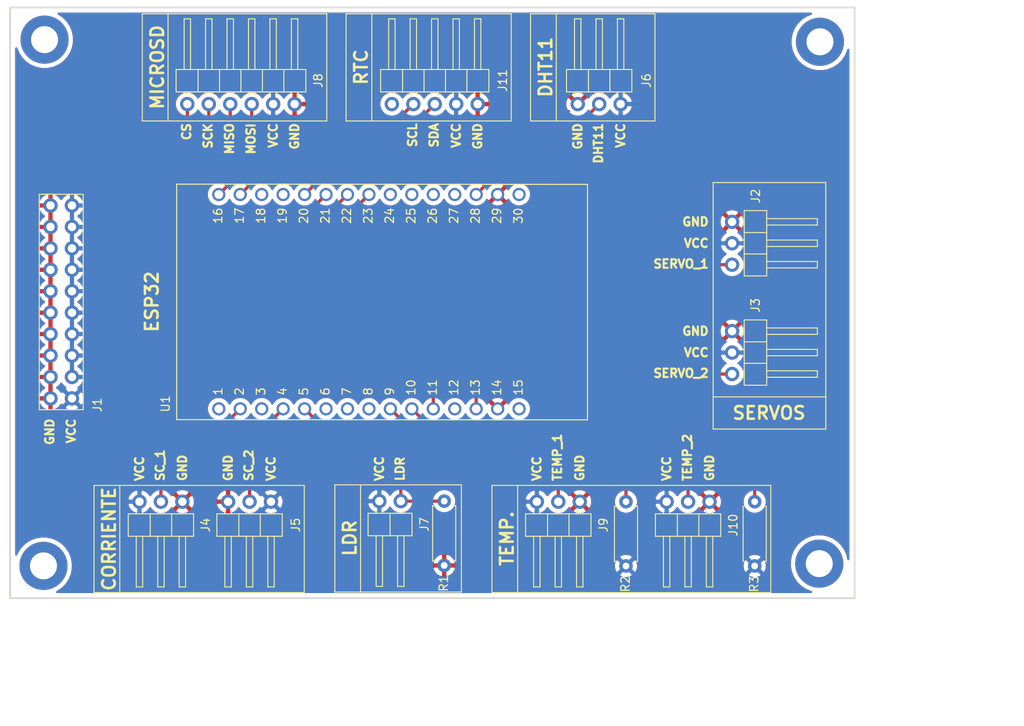
<source format=kicad_pcb>
(kicad_pcb (version 20211014) (generator pcbnew)
  (title_block (date "2021-06-28"))
  (layers (0 "F.Cu" signal) (31 "B.Cu" signal) (34 "B.Paste" user) (35 "F.Paste" user) (36 "B.SilkS" user "B.Silkscreen") (37 "F.SilkS" user "F.Silkscreen") (38 "B.Mask" user) (39 "F.Mask" user) (44 "Edge.Cuts" user))
  (net 0 "")
  (net 1 "+5V")
  (net 2 "GND")
  (net 3 "/Corriente/SC_1")
  (net 4 "/Corriente/SC_2")
  (net 5 "/ESP32/CS")
  (net 6 "/ESP32/SCK")
  (net 7 "/ESP32/MOSI")
  (net 8 "/ESP32/MISO")
  (net 9 "/ESP32/SCL")
  (net 10 "/ESP32/SDA")
  (net 11 "/ESP32/SERVO_1")
  (net 12 "/ESP32/SERVO_2")
  (net 13 "/ESP32/LDR")
  (net 14 "/ESP32/TEMP_2")
  (net 15 "/ESP32/TEMP_1")
  (net 16 "/DHT11/DHT11")
  (footprint "Connector_PinHeader_2.54mm:PinHeader_2x10_P2.54mm_Vertical" (layer "F.Cu") (at 96.82354 102.82082 180)
    (fp_text reference "J1" (at -2.9972 -0.7803 270) (layer "F.SilkS"))
    (fp_text value "CONECTORES")
    (pad "1" thru_hole circle locked (at 0 0 180) (size 1.7 1.7) (drill 1) (layers *.Cu *.Mask) (net 1 "+5V"))
    (pad "2" thru_hole oval locked (at 2.54 0 180) (size 1.7 1.7) (drill 1) (layers *.Cu *.Mask) (net 2 "GND"))
    (pad "3" thru_hole oval locked (at 0 2.54 180) (size 1.7 1.7) (drill 1) (layers *.Cu *.Mask) (net 1 "+5V"))
    (pad "4" thru_hole oval locked (at 2.54 2.54 180) (size 1.7 1.7) (drill 1) (layers *.Cu *.Mask) (net 2 "GND"))
    (pad "5" thru_hole oval locked (at 0 5.08 180) (size 1.7 1.7) (drill 1) (layers *.Cu *.Mask) (net 1 "+5V"))
    (pad "6" thru_hole oval locked (at 2.54 5.08 180) (size 1.7 1.7) (drill 1) (layers *.Cu *.Mask) (net 2 "GND"))
    (pad "7" thru_hole oval locked (at 0 7.62 180) (size 1.7 1.7) (drill 1) (layers *.Cu *.Mask) (net 1 "+5V"))
    (pad "8" thru_hole oval locked (at 2.54 7.62 180) (size 1.7 1.7) (drill 1) (layers *.Cu *.Mask) (net 2 "GND"))
    (pad "9" thru_hole oval locked (at 0 10.16 180) (size 1.7 1.7) (drill 1) (layers *.Cu *.Mask) (net 1 "+5V"))
    (pad "10" thru_hole oval locked (at 2.54 10.16 180) (size 1.7 1.7) (drill 1) (layers *.Cu *.Mask) (net 2 "GND"))
    (pad "11" thru_hole oval locked (at 0 12.7 180) (size 1.7 1.7) (drill 1) (layers *.Cu *.Mask) (net 1 "+5V"))
    (pad "12" thru_hole oval locked (at 2.54 12.7 180) (size 1.7 1.7) (drill 1) (layers *.Cu *.Mask) (net 2 "GND"))
    (pad "13" thru_hole oval locked (at 0 15.24 180) (size 1.7 1.7) (drill 1) (layers *.Cu *.Mask) (net 1 "+5V"))
    (pad "14" thru_hole oval locked (at 2.54 15.24 180) (size 1.7 1.7) (drill 1) (layers *.Cu *.Mask) (net 2 "GND"))
    (pad "15" thru_hole oval locked (at 0 17.78 180) (size 1.7 1.7) (drill 1) (layers *.Cu *.Mask) (net 1 "+5V"))
    (pad "16" thru_hole oval locked (at 2.54 17.78 180) (size 1.7 1.7) (drill 1) (layers *.Cu *.Mask) (net 2 "GND"))
    (pad "17" thru_hole oval locked (at 0 20.32 180) (size 1.7 1.7) (drill 1) (layers *.Cu *.Mask) (net 1 "+5V"))
    (pad "18" thru_hole oval locked (at 2.54 20.32 180) (size 1.7 1.7) (drill 1) (layers *.Cu *.Mask) (net 2 "GND"))
    (pad "19" thru_hole oval locked (at 0 22.86 180) (size 1.7 1.7) (drill 1) (layers *.Cu *.Mask) (net 1 "+5V"))
    (pad "20" thru_hole oval locked (at 2.54 22.86 180) (size 1.7 1.7) (drill 1) (layers *.Cu *.Mask) (net 2 "GND"))
  )
  (footprint "Connector_PinHeader_2.54mm:PinHeader_1x03_P2.54mm_Horizontal" (layer "F.Cu") (at 109.900585 115.05906 -90)
    (fp_text reference "J4" (at 2.7686 -2.747155 90) (layer "F.SilkS"))
    (fp_text value "SC_1")
    (pad "1" thru_hole oval locked (at 0 5.08 270) (size 1.7 1.7) (drill 1) (layers *.Cu *.Mask) (net 1 "+5V"))
    (pad "2" thru_hole oval locked (at 0 2.54 270) (size 1.7 1.7) (drill 1) (layers *.Cu *.Mask) (net 3 "/Corriente/SC_1"))
    (pad "3" thru_hole circle locked (at 0 0 270) (size 1.7 1.7) (drill 1) (layers *.Cu *.Mask) (net 2 "GND"))
  )
  (footprint "Connector_PinHeader_2.54mm:PinHeader_1x03_P2.54mm_Horizontal" (layer "F.Cu") (at 120.39474 115.05906 -90)
    (fp_text reference "J5" (at 2.7686 -2.921 -90) (layer "F.SilkS"))
    (fp_text value "SC_2")
    (pad "1" thru_hole circle locked (at 0 0 270) (size 1.7 1.7) (drill 1) (layers *.Cu *.Mask) (net 1 "+5V"))
    (pad "2" thru_hole oval locked (at 0 2.54 270) (size 1.7 1.7) (drill 1) (layers *.Cu *.Mask) (net 4 "/Corriente/SC_2"))
    (pad "3" thru_hole oval locked (at 0 5.08 270) (size 1.7 1.7) (drill 1) (layers *.Cu *.Mask) (net 2 "GND"))
  )
  (footprint "Resistor_THT:R_Axial_DIN0207_L6.3mm_D2.5mm_P7.62mm_Horizontal" (layer "F.Cu") (at 177.67174 122.67906 90)
    (fp_text reference "R3" (at -2.1336 -0.0675 90) (layer "F.SilkS"))
    (fp_text value "4.7k")
    (pad "1" thru_hole circle locked (at 0 0 90) (size 1.6 1.6) (drill 0.8) (layers *.Cu *.Mask) (net 1 "+5V"))
    (pad "2" thru_hole oval locked (at 7.62 0 90) (size 1.6 1.6) (drill 0.8) (layers *.Cu *.Mask) (net 14 "/ESP32/TEMP_2"))
  )
  (footprint "Resistor_THT:R_Axial_DIN0207_L6.3mm_D2.5mm_P7.62mm_Horizontal" (layer "F.Cu") (at 162.43174 122.67906 90)
    (fp_text reference "R2" (at -2.1336 -0.0675 90) (layer "F.SilkS"))
    (fp_text value "4.7k")
    (pad "1" thru_hole circle locked (at 0 0 90) (size 1.6 1.6) (drill 0.8) (layers *.Cu *.Mask) (net 1 "+5V"))
    (pad "2" thru_hole oval locked (at 7.62 0 90) (size 1.6 1.6) (drill 0.8) (layers *.Cu *.Mask) (net 15 "/ESP32/TEMP_1"))
  )
  (footprint "Connector_PinHeader_2.54mm:PinHeader_1x02_P2.54mm_Horizontal" (layer "F.Cu") (at 135.764621 114.99556 -90)
    (fp_text reference "J7" (at 2.7686 -2.794 -90) (layer "F.SilkS"))
    (fp_text value "LDR")
    (pad "1" thru_hole circle locked (at 0 0 270) (size 1.7 1.7) (drill 1) (layers *.Cu *.Mask) (net 13 "/ESP32/LDR"))
    (pad "2" thru_hole oval locked (at 0 2.54 270) (size 1.7 1.7) (drill 1) (layers *.Cu *.Mask) (net 1 "+5V"))
  )
  (footprint "Connector_PinHeader_2.54mm:PinHeader_1x03_P2.54mm_Horizontal" (layer "F.Cu") (at 156.954657 115.05906 -90)
    (fp_text reference "J9" (at 2.7686 -2.794 -90) (layer "F.SilkS"))
    (fp_text value "DS18B20_1")
    (pad "1" thru_hole circle locked (at 0 0 270) (size 1.7 1.7) (drill 1) (layers *.Cu *.Mask) (net 2 "GND"))
    (pad "2" thru_hole oval locked (at 0 2.54 270) (size 1.7 1.7) (drill 1) (layers *.Cu *.Mask) (net 15 "/ESP32/TEMP_1"))
    (pad "3" thru_hole oval locked (at 0 5.08 270) (size 1.7 1.7) (drill 1) (layers *.Cu *.Mask) (net 1 "+5V"))
  )
  (footprint "Connector_PinHeader_2.54mm:PinHeader_1x03_P2.54mm_Horizontal" (layer "F.Cu") (at 172.324349 115.05906 -90)
    (fp_text reference "J10" (at 2.768601 -2.794 -90) (layer "F.SilkS"))
    (fp_text value "DS18B20_2")
    (pad "1" thru_hole circle locked (at 0 0 270) (size 1.7 1.7) (drill 1) (layers *.Cu *.Mask) (net 2 "GND"))
    (pad "2" thru_hole oval locked (at 0 2.54 270) (size 1.7 1.7) (drill 1) (layers *.Cu *.Mask) (net 14 "/ESP32/TEMP_2"))
    (pad "3" thru_hole oval locked (at 0 5.08 270) (size 1.7 1.7) (drill 1) (layers *.Cu *.Mask) (net 1 "+5V"))
  )
  (footprint "Connector_PinHeader_2.54mm:PinHeader_1x06_P2.54mm_Horizontal" (layer "F.Cu") (at 110.48874 67.94206 90)
    (fp_text reference "J8" (at 2.784858 15.494 90) (layer "F.SilkS"))
    (fp_text value "SD")
    (pad "1" thru_hole circle locked (at 0 0 90) (size 1.7 1.7) (drill 1) (layers *.Cu *.Mask) (net 5 "/ESP32/CS"))
    (pad "2" thru_hole oval locked (at 0 2.54 90) (size 1.7 1.7) (drill 1) (layers *.Cu *.Mask) (net 6 "/ESP32/SCK"))
    (pad "3" thru_hole oval locked (at 0 5.08 90) (size 1.7 1.7) (drill 1) (layers *.Cu *.Mask) (net 8 "/ESP32/MISO"))
    (pad "4" thru_hole oval locked (at 0 7.62 90) (size 1.7 1.7) (drill 1) (layers *.Cu *.Mask) (net 7 "/ESP32/MOSI"))
    (pad "5" thru_hole oval locked (at 0 10.16 90) (size 1.7 1.7) (drill 1) (layers *.Cu *.Mask) (net 1 "+5V"))
    (pad "6" thru_hole oval locked (at 0 12.7 90) (size 1.7 1.7) (drill 1) (layers *.Cu *.Mask) (net 2 "GND"))
  )
  (footprint "Connector_PinHeader_2.54mm:PinHeader_1x05_P2.54mm_Horizontal" (layer "F.Cu") (at 134.70674 67.94206 90)
    (fp_text reference "J11" (at 2.784857 13.12 90) (layer "F.SilkS"))
    (fp_text value "RTC")
    (pad "1" thru_hole circle locked (at 0 0 90) (size 1.7 1.7) (drill 1) (layers *.Cu *.Mask))
    (pad "2" thru_hole oval locked (at 0 2.54 90) (size 1.7 1.7) (drill 1) (layers *.Cu *.Mask) (net 9 "/ESP32/SCL"))
    (pad "3" thru_hole oval locked (at 0 5.08 90) (size 1.7 1.7) (drill 1) (layers *.Cu *.Mask) (net 10 "/ESP32/SDA"))
    (pad "4" thru_hole oval locked (at 0 7.62 90) (size 1.7 1.7) (drill 1) (layers *.Cu *.Mask) (net 1 "+5V"))
    (pad "5" thru_hole oval locked (at 0 10.16 90) (size 1.7 1.7) (drill 1) (layers *.Cu *.Mask) (net 2 "GND"))
  )
  (footprint "Connector_PinHeader_2.54mm:PinHeader_1x03_P2.54mm_Horizontal" (layer "F.Cu") (at 156.71674 67.94206 90)
    (fp_text reference "J6" (at 2.784858 8.128 90) (layer "F.SilkS"))
    (fp_text value "DHT11")
    (pad "1" thru_hole circle locked (at 0 0 90) (size 1.7 1.7) (drill 1) (layers *.Cu *.Mask) (net 2 "GND"))
    (pad "2" thru_hole oval locked (at 0 2.54 90) (size 1.7 1.7) (drill 1) (layers *.Cu *.Mask) (net 16 "/DHT11/DHT11"))
    (pad "3" thru_hole oval locked (at 0 5.08 90) (size 1.7 1.7) (drill 1) (layers *.Cu *.Mask) (net 1 "+5V"))
  )
  (footprint "Resistor_THT:R_Axial_DIN0207_L6.3mm_D2.5mm_P7.62mm_Horizontal" (layer "F.Cu") (at 140.90524 114.99556 -90)
    (fp_text reference "R1" (at 9.7536 0.0675 90) (layer "F.SilkS"))
    (fp_text value "10k")
    (pad "1" thru_hole circle locked (at 0 0 270) (size 1.6 1.6) (drill 0.8) (layers *.Cu *.Mask) (net 13 "/ESP32/LDR"))
    (pad "2" thru_hole oval locked (at 7.62 0 270) (size 1.6 1.6) (drill 0.8) (layers *.Cu *.Mask) (net 2 "GND"))
  )
  (footprint "MountingHole:MountingHole_3.2mm_M3_ISO7380_Pad" (layer "F.Cu") (at 185.401 60.562)
    (fp_text reference "H3")
    (fp_text value "MountingHole")
    (pad "1" thru_hole circle locked (at 0 0) (size 5.7 5.7) (drill 3.2) (layers *.Cu *.Mask))
  )
  (footprint "esp32_shield:ESP32_30" (layer "F.Cu") (at 133.97358 91.35832 90)
    (fp_text reference "U1" (at -12.1 -26.075 90) (layer "F.SilkS"))
    (fp_text value "ESP32_30")
    (pad "1" thru_hole circle locked (at -12.7 -19.76 90) (size 1.56 1.56) (drill 1.04) (layers *.Cu *.Mask))
    (pad "2" thru_hole circle locked (at -12.7 -17.22 90) (size 1.56 1.56) (drill 1.04) (layers *.Cu *.Mask) (net 3 "/Corriente/SC_1"))
    (pad "3" thru_hole circle locked (at -12.7 -14.68 90) (size 1.56 1.56) (drill 1.04) (layers *.Cu *.Mask))
    (pad "4" thru_hole circle locked (at -12.7 -12.14 90) (size 1.56 1.56) (drill 1.04) (layers *.Cu *.Mask) (net 4 "/Corriente/SC_2"))
    (pad "5" thru_hole circle locked (at -12.7 -9.6 90) (size 1.56 1.56) (drill 1.04) (layers *.Cu *.Mask) (net 13 "/ESP32/LDR"))
    (pad "6" thru_hole circle locked (at -12.7 -7.06 90) (size 1.56 1.56) (drill 1.04) (layers *.Cu *.Mask))
    (pad "7" thru_hole circle locked (at -12.7 -4.52 90) (size 1.56 1.56) (drill 1.04) (layers *.Cu *.Mask))
    (pad "8" thru_hole circle locked (at -12.7 -1.98 90) (size 1.56 1.56) (drill 1.04) (layers *.Cu *.Mask))
    (pad "9" thru_hole circle locked (at -12.7 0.56 90) (size 1.56 1.56) (drill 1.04) (layers *.Cu *.Mask) (net 15 "/ESP32/TEMP_1"))
    (pad "10" thru_hole circle locked (at -12.7 3.1 90) (size 1.56 1.56) (drill 1.04) (layers *.Cu *.Mask) (net 14 "/ESP32/TEMP_2"))
    (pad "11" thru_hole circle locked (at -12.7 5.64 90) (size 1.56 1.56) (drill 1.04) (layers *.Cu *.Mask) (net 11 "/ESP32/SERVO_1"))
    (pad "12" thru_hole circle locked (at -12.7 8.18 90) (size 1.56 1.56) (drill 1.04) (layers *.Cu *.Mask))
    (pad "13" thru_hole circle locked (at -12.7 10.72 90) (size 1.56 1.56) (drill 1.04) (layers *.Cu *.Mask) (net 12 "/ESP32/SERVO_2"))
    (pad "14" thru_hole circle locked (at -12.7 13.26 90) (size 1.56 1.56) (drill 1.04) (layers *.Cu *.Mask) (net 2 "GND"))
    (pad "15" thru_hole circle locked (at -12.7 15.8 90) (size 1.56 1.56) (drill 1.04) (layers *.Cu *.Mask))
    (pad "16" thru_hole circle locked (at 12.7 -19.76 90) (size 1.56 1.56) (drill 1.04) (layers *.Cu *.Mask) (net 7 "/ESP32/MOSI"))
    (pad "17" thru_hole circle locked (at 12.7 -17.22 90) (size 1.56 1.56) (drill 1.04) (layers *.Cu *.Mask) (net 9 "/ESP32/SCL"))
    (pad "18" thru_hole circle locked (at 12.7 -14.68 90) (size 1.56 1.56) (drill 1.04) (layers *.Cu *.Mask))
    (pad "19" thru_hole circle locked (at 12.7 -12.14 90) (size 1.56 1.56) (drill 1.04) (layers *.Cu *.Mask))
    (pad "20" thru_hole circle locked (at 12.7 -9.6 90) (size 1.56 1.56) (drill 1.04) (layers *.Cu *.Mask) (net 10 "/ESP32/SDA"))
    (pad "21" thru_hole circle locked (at 12.7 -7.06 90) (size 1.56 1.56) (drill 1.04) (layers *.Cu *.Mask) (net 8 "/ESP32/MISO"))
    (pad "22" thru_hole circle locked (at 12.7 -4.52 90) (size 1.56 1.56) (drill 1.04) (layers *.Cu *.Mask) (net 6 "/ESP32/SCK"))
    (pad "23" thru_hole circle locked (at 12.7 -1.98 90) (size 1.56 1.56) (drill 1.04) (layers *.Cu *.Mask) (net 5 "/ESP32/CS"))
    (pad "24" thru_hole circle locked (at 12.7 0.56 90) (size 1.56 1.56) (drill 1.04) (layers *.Cu *.Mask))
    (pad "25" thru_hole circle locked (at 12.7 3.1 90) (size 1.56 1.56) (drill 1.04) (layers *.Cu *.Mask))
    (pad "26" thru_hole circle locked (at 12.7 5.64 90) (size 1.56 1.56) (drill 1.04) (layers *.Cu *.Mask))
    (pad "27" thru_hole circle locked (at 12.7 8.18 90) (size 1.56 1.56) (drill 1.04) (layers *.Cu *.Mask))
    (pad "28" thru_hole circle locked (at 12.7 10.72 90) (size 1.56 1.56) (drill 1.04) (layers *.Cu *.Mask) (net 16 "/DHT11/DHT11"))
    (pad "29" thru_hole circle locked (at 12.7 13.26 90) (size 1.56 1.56) (drill 1.04) (layers *.Cu *.Mask) (net 2 "GND"))
    (pad "30" thru_hole circle locked (at 12.7 15.8 90) (size 1.56 1.56) (drill 1.04) (layers *.Cu *.Mask))
  )
  (footprint "MountingHole:MountingHole_3.2mm_M3_ISO7380_Pad" (layer "F.Cu") (at 93.58 60.308)
    (fp_text reference "H1")
    (fp_text value "MountingHole")
    (pad "1" thru_hole circle locked (at 0 0) (size 5.7 5.7) (drill 3.2) (layers *.Cu *.Mask))
  )
  (footprint "MountingHole:MountingHole_3.2mm_M3_ISO7380_Pad" (layer "F.Cu") (at 93.453 122.665)
    (fp_text reference "H2")
    (fp_text value "MountingHole")
    (pad "1" thru_hole circle locked (at 0 0) (size 5.7 5.7) (drill 3.2) (layers *.Cu *.Mask))
  )
  (footprint "Connector_PinHeader_2.54mm:PinHeader_1x03_P2.54mm_Horizontal" (layer "F.Cu") (at 174.99458 94.85082)
    (fp_text reference "J3" (at 2.7686 -3.048 90) (layer "F.SilkS"))
    (fp_text value "SERVO_2")
    (pad "1" thru_hole circle locked (at 0 0) (size 1.7 1.7) (drill 1) (layers *.Cu *.Mask) (net 2 "GND"))
    (pad "2" thru_hole oval locked (at 0 2.54) (size 1.7 1.7) (drill 1) (layers *.Cu *.Mask) (net 1 "+5V"))
    (pad "3" thru_hole oval locked (at 0 5.08) (size 1.7 1.7) (drill 1) (layers *.Cu *.Mask) (net 12 "/ESP32/SERVO_2"))
  )
  (footprint "Connector_PinHeader_2.54mm:PinHeader_1x03_P2.54mm_Horizontal" (layer "F.Cu") (at 174.99458 81.89682)
    (fp_text reference "J2" (at 2.794 -3.048 90) (layer "F.SilkS"))
    (fp_text value "SERVO_1")
    (pad "1" thru_hole circle locked (at 0 0) (size 1.7 1.7) (drill 1) (layers *.Cu *.Mask) (net 2 "GND"))
    (pad "2" thru_hole oval locked (at 0 2.54) (size 1.7 1.7) (drill 1) (layers *.Cu *.Mask) (net 1 "+5V"))
    (pad "3" thru_hole oval locked (at 0 5.08) (size 1.7 1.7) (drill 1) (layers *.Cu *.Mask) (net 11 "/ESP32/SERVO_1"))
  )
  (footprint "MountingHole:MountingHole_3.2mm_M3_ISO7380_Pad" (layer "F.Cu") (at 185.3184 122.4026)
    (fp_text reference "H4")
    (fp_text value "MountingHole")
    (pad "1" thru_hole circle locked (at 0 0) (size 5.7 5.7) (drill 3.2) (layers *.Cu *.Mask))
  )
  (gr_line (start 105.15474 69.94866) (end 105.15474 57.24866) (layer "F.SilkS") (width 0.12))
  (gr_line (start 129.28474 69.94866) (end 129.28474 57.24866) (layer "F.SilkS") (width 0.12))
  (gr_line (start 151.12874 69.94866) (end 151.12874 57.24866) (layer "F.SilkS") (width 0.12))
  (gr_line (start 99.43974 125.82866) (end 99.43974 113.12866) (layer "F.SilkS") (width 0.12))
  (gr_line (start 127.95124 125.76516) (end 127.95124 113.06516) (layer "F.SilkS") (width 0.12))
  (gr_line (start 146.55674 125.82866) (end 146.55674 113.12866) (layer "F.SilkS") (width 0.12))
  (gr_line (start 172.7564 106.4524) (end 172.7564 77.2424) (layer "F.SilkS") (width 0.12))
  (gr_line (start 172.7564 77.2424) (end 186.0914 77.2424) (layer "F.SilkS") (width 0.12))
  (gr_line (start 172.7564 102.6424) (end 186.0914 102.6424) (layer "F.SilkS") (width 0.12))
  (gr_line (start 186.0914 77.2424) (end 186.0914 106.4524) (layer "F.SilkS") (width 0.12))
  (gr_line (start 186.0914 106.4524) (end 172.7564 106.4524) (layer "F.SilkS") (width 0.12))
  (gr_line (start 124.33174 125.82866) (end 99.43974 125.82866) (layer "F.SilkS") (width 0.12))
  (gr_line (start 124.33174 113.12866) (end 124.33174 125.82866) (layer "F.SilkS") (width 0.12))
  (gr_line (start 126.99874 69.94866) (end 105.15474 69.94866) (layer "F.SilkS") (width 0.12))
  (gr_line (start 129.28474 57.24866) (end 148.84274 57.24866) (layer "F.SilkS") (width 0.12))
  (gr_line (start 146.55674 113.12866) (end 179.57674 113.12866) (layer "F.SilkS") (width 0.12))
  (gr_line (start 126.99874 57.24866) (end 126.99874 69.94866) (layer "F.SilkS") (width 0.12))
  (gr_line (start 108.20274 57.24866) (end 108.20274 69.94866) (layer "F.SilkS") (width 0.12))
  (gr_line (start 142.93724 113.06516) (end 142.93724 125.76516) (layer "F.SilkS") (width 0.12))
  (gr_line (start 179.57674 113.12866) (end 179.57674 125.82866) (layer "F.SilkS") (width 0.12))
  (gr_line (start 165.86074 57.24866) (end 165.86074 69.94866) (layer "F.SilkS") (width 0.12))
  (gr_line (start 149.60474 113.12866) (end 149.60474 125.82866) (layer "F.SilkS") (width 0.12))
  (gr_line (start 154.17674 57.24866) (end 154.17674 69.94866) (layer "F.SilkS") (width 0.12))
  (gr_line (start 127.95124 113.06516) (end 142.93724 113.06516) (layer "F.SilkS") (width 0.12))
  (gr_line (start 99.43974 113.12866) (end 124.33174 113.12866) (layer "F.SilkS") (width 0.12))
  (gr_line (start 102.48774 113.12866) (end 102.48774 125.82866) (layer "F.SilkS") (width 0.12))
  (gr_line (start 179.57674 125.82866) (end 146.55674 125.82866) (layer "F.SilkS") (width 0.12))
  (gr_line (start 165.86074 69.94866) (end 151.12874 69.94866) (layer "F.SilkS") (width 0.12))
  (gr_line (start 132.33274 57.24866) (end 132.33274 69.94866) (layer "F.SilkS") (width 0.12))
  (gr_line (start 148.84274 57.24866) (end 148.84274 69.94866) (layer "F.SilkS") (width 0.12))
  (gr_line (start 105.15474 57.24866) (end 126.99874 57.24866) (layer "F.SilkS") (width 0.12))
  (gr_line (start 148.84274 69.94866) (end 129.28474 69.94866) (layer "F.SilkS") (width 0.12))
  (gr_line (start 151.12874 57.24866) (end 165.86074 57.24866) (layer "F.SilkS") (width 0.12))
  (gr_line (start 130.99924 113.06516) (end 130.99924 125.76516) (layer "F.SilkS") (width 0.12))
  (gr_line (start 142.93724 125.76516) (end 127.95124 125.76516) (layer "F.SilkS") (width 0.12))
  (gr_line (start 89.5 56.498) (end 89.5 126.498) (layer "Edge.Cuts") (width 0.2))
  (gr_line (start 89.5 126.498) (end 189.5 126.498) (layer "Edge.Cuts") (width 0.2))
  (gr_line (start 189.5 126.498) (end 189.5 56.498) (layer "Edge.Cuts") (width 0.2))
  (gr_line (start 189.5 56.498) (end 89.5 56.498) (layer "Edge.Cuts") (width 0.2))
  (gr_text "LDR" (at 129.72924 119.37056 90) (layer "F.SilkS") (effects (font (size 1.5 1.5) (thickness 0.3))))
  (gr_text "MICROSD" (at 106.93274 63.567061 90) (layer "F.SilkS") (effects (font (size 1.5 1.5) (thickness 0.3))))
  (gr_text "RTC" (at 131.06274 63.567061 90) (layer "F.SilkS") (effects (font (size 1.5 1.5) (thickness 0.3))))
  (gr_text "DHT11" (at 152.90674 63.567061 90) (layer "F.SilkS") (effects (font (size 1.5 1.5) (thickness 0.3))))
  (gr_text "SCK" (at 112.93624 71.71866 90) (layer "F.SilkS") (effects (font (size 1 1) (thickness 0.25))))
  (gr_text "MISO" (at 115.47624 72.051993 90) (layer "F.SilkS") (effects (font (size 1 1) (thickness 0.25))))
  (gr_text "MOSI" (at 118.01624 72.051993 90) (layer "F.SilkS") (effects (font (size 1 1) (thickness 0.25))))
  (gr_text "SCL" (at 137.15424 71.623422 90) (layer "F.SilkS") (effects (font (size 1 1) (thickness 0.25))))
  (gr_text "SDA" (at 139.69424 71.647231 90) (layer "F.SilkS") (effects (font (size 1 1) (thickness 0.25))))
  (gr_text "DHT11" (at 159.16424 72.599612 90) (layer "F.SilkS") (effects (font (size 1 1) (thickness 0.25))))
  (gr_text "GND" (at 94.19104 106.77866 90) (layer "F.SilkS") (effects (font (size 1 1) (thickness 0.25))))
  (gr_text "VCC" (at 96.73104 106.683422 90) (layer "F.SilkS") (effects (font (size 1 1) (thickness 0.25))))
  (gr_text "TEMP." (at 148.33474 119.434061 90) (layer "F.SilkS") (effects (font (size 1.5 1.5) (thickness 0.3))))
  (gr_text "ESP32" (at 106.28758 91.35832 90) (layer "F.SilkS") (effects (font (size 1.5 1.5) (thickness 0.3))))
  (gr_text "SC_1" (at 107.268085 110.741749 90) (layer "F.SilkS") (effects (font (size 1 1) (thickness 0.25))))
  (gr_text "SC_2" (at 117.76224 110.741749 90) (layer "F.SilkS") (effects (font (size 1 1) (thickness 0.25))))
  (gr_text "LDR" (at 135.672121 111.17032 90) (layer "F.SilkS") (effects (font (size 1 1) (thickness 0.25))))
  (gr_text "TEMP_1" (at 154.297157 109.813177 90) (layer "F.SilkS") (effects (font (size 1 1) (thickness 0.25))))
  (gr_text "TEMP_2" (at 169.691849 109.813177 90) (layer "F.SilkS") (effects (font (size 1 1) (thickness 0.25))))
  (gr_text "SERVO_1" (at 168.9464 86.88432) (layer "F.SilkS") (effects (font (size 1 1) (thickness 0.25))))
  (gr_text "SERVO_2" (at 168.9464 99.83832) (layer "F.SilkS") (effects (font (size 1 1) (thickness 0.25))))
  (gr_text "SERVOS" (at 179.36958 104.5474) (layer "F.SilkS") (effects (font (size 1.5 1.5) (thickness 0.3))))
  (gr_text "1" (at 114.12108 102.001191 90) (layer "F.SilkS") (effects (font (size 1 1))))
  (gr_text "2" (at 116.66108 102.001191 90) (layer "F.SilkS") (effects (font (size 1 1))))
  (gr_text "3" (at 119.20108 102.001191 90) (layer "F.SilkS") (effects (font (size 1 1))))
  (gr_text "4" (at 121.74108 102.001191 90) (layer "F.SilkS") (effects (font (size 1 1))))
  (gr_text "5" (at 124.28108 102.001191 90) (layer "F.SilkS") (effects (font (size 1 1))))
  (gr_text "6" (at 126.82108 102.001191 90) (layer "F.SilkS") (effects (font (size 1 1))))
  (gr_text "7" (at 129.36108 102.001191 90) (layer "F.SilkS") (effects (font (size 1 1))))
  (gr_text "8" (at 131.90108 102.001191 90) (layer "F.SilkS") (effects (font (size 1 1))))
  (gr_text "9" (at 134.44108 102.001191 90) (layer "F.SilkS") (effects (font (size 1 1))))
  (gr_text "10" (at 136.98108 101.525 90) (layer "F.SilkS") (effects (font (size 1 1))))
  (gr_text "11" (at 139.52108 101.525 90) (layer "F.SilkS") (effects (font (size 1 1))))
  (gr_text "12" (at 142.06108 101.525 90) (layer "F.SilkS") (effects (font (size 1 1))))
  (gr_text "13" (at 144.60108 101.525 90) (layer "F.SilkS") (effects (font (size 1 1))))
  (gr_text "14" (at 147.14108 101.525 90) (layer "F.SilkS") (effects (font (size 1 1))))
  (gr_text "15" (at 149.68108 101.525 90) (layer "F.SilkS") (effects (font (size 1 1))))
  (gr_text "16" (at 114.12108 81.175 90) (layer "F.SilkS") (effects (font (size 1 1))))
  (gr_text "17" (at 116.66108 81.175 90) (layer "F.SilkS") (effects (font (size 1 1))))
  (gr_text "18" (at 119.20108 81.175 90) (layer "F.SilkS") (effects (font (size 1 1))))
  (gr_text "19" (at 121.74108 81.175 90) (layer "F.SilkS") (effects (font (size 1 1))))
  (gr_text "20" (at 124.28108 81.175 90) (layer "F.SilkS") (effects (font (size 1 1))))
  (gr_text "21" (at 126.82108 81.175 90) (layer "F.SilkS") (effects (font (size 1 1))))
  (gr_text "25" (at 136.98108 81.175 90) (layer "F.SilkS") (effects (font (size 1 1))))
  (gr_text "23" (at 131.90108 81.175 90) (layer "F.SilkS") (effects (font (size 1 1))))
  (gr_text "24" (at 134.44108 81.175 90) (layer "F.SilkS") (effects (font (size 1 1))))
  (gr_text "22" (at 129.36108 81.175 90) (layer "F.SilkS") (effects (font (size 1 1))))
  (gr_text "26" (at 139.52108 81.175 90) (layer "F.SilkS") (effects (font (size 1 1))))
  (gr_text "27" (at 142.06108 81.175 90) (layer "F.SilkS") (effects (font (size 1 1))))
  (gr_text "28" (at 144.60108 81.175 90) (layer "F.SilkS") (effects (font (size 1 1))))
  (gr_text "29" (at 147.14108 81.175 90) (layer "F.SilkS") (effects (font (size 1 1))))
  (gr_text "30" (at 149.68108 81.175 90) (layer "F.SilkS") (effects (font (size 1 1))))
  (gr_text "VCC" (at 170.755923 84.43682) (layer "F.SilkS") (effects (font (size 1 1) (thickness 0.25))))
  (gr_text "GND" (at 170.660685 81.89682) (layer "F.SilkS") (effects (font (size 1 1) (thickness 0.25))))
  (gr_text "GND" (at 123.18874 71.766279 90) (layer "F.SilkS") (effects (font (size 1 1) (thickness 0.25))))
  (gr_text "VCC" (at 161.79674 71.671041 90) (layer "F.SilkS") (effects (font (size 1 1) (thickness 0.25))))
  (gr_text "VCC" (at 170.755923 97.39082) (layer "F.SilkS") (effects (font (size 1 1) (thickness 0.25))))
  (gr_text "VCC" (at 120.39474 111.146511 90) (layer "F.SilkS") (effects (font (size 1 1) (thickness 0.25))))
  (gr_text "VCC" (at 133.224621 111.146511 90) (layer "F.SilkS") (effects (font (size 1 1) (thickness 0.25))))
  (gr_text "VCC" (at 142.32674 71.671041 90) (layer "F.SilkS") (effects (font (size 1 1) (thickness 0.25))))
  (gr_text "CORRIENTE" (at 101.21774 119.47866 90) (layer "F.SilkS") (effects (font (size 1.5 1.5) (thickness 0.3))))
  (gr_text "CS" (at 110.39624 71.21866 90) (layer "F.SilkS") (effects (font (size 1 1) (thickness 0.25))))
  (gr_text "GND" (at 156.954657 111.051273 90) (layer "F.SilkS") (effects (font (size 1 1) (thickness 0.25))))
  (gr_text "GND" (at 115.31474 111.051273 90) (layer "F.SilkS") (effects (font (size 1 1) (thickness 0.25))))
  (gr_text "GND" (at 144.86674 71.766279 90) (layer "F.SilkS") (effects (font (size 1 1) (thickness 0.25))))
  (gr_text "VCC" (at 167.244349 111.146511 90) (layer "F.SilkS") (effects (font (size 1 1) (thickness 0.25))))
  (gr_text "GND" (at 170.660685 94.85082) (layer "F.SilkS") (effects (font (size 1 1) (thickness 0.25))))
  (gr_text "VCC" (at 120.64874 71.671041 90) (layer "F.SilkS") (effects (font (size 1 1) (thickness 0.25))))
  (gr_text "GND" (at 172.324349 111.051273 90) (layer "F.SilkS") (effects (font (size 1 1) (thickness 0.25))))
  (gr_text "GND" (at 156.71674 71.766279 90) (layer "F.SilkS") (effects (font (size 1 1) (thickness 0.25))))
  (gr_text "GND" (at 109.900585 111.051273 90) (layer "F.SilkS") (effects (font (size 1 1) (thickness 0.25))))
  (gr_text "VCC" (at 104.820585 111.146511 90) (layer "F.SilkS") (effects (font (size 1 1) (thickness 0.25))))
  (gr_text "VCC" (at 151.874657 111.146511 90) (layer "F.SilkS") (effects (font (size 1 1) (thickness 0.25))))
  (segment (start 115.1649 105.647) (end 116.75358 104.05832) (width 0.381) (layer "F.Cu") (net 3))
  (segment (start 107.360585 107.487415) (end 109.201 105.647) (width 0.381) (layer "F.Cu") (net 3))
  (segment (start 109.201 105.647) (end 115.1649 105.647) (width 0.381) (layer "F.Cu") (net 3))
  (segment (start 107.360585 115.05906) (end 107.360585 107.487415) (width 0.381) (layer "F.Cu") (net 3))
  (segment (start 119.107 105.647) (end 120.2449 105.647) (width 0.381) (layer "F.Cu") (net 4))
  (segment (start 117.85474 115.05906) (end 117.85474 106.89926) (width 0.381) (layer "F.Cu") (net 4))
  (segment (start 117.85474 106.89926) (end 119.107 105.647) (width 0.381) (layer "F.Cu") (net 4))
  (segment (start 120.2449 105.647) (end 121.83358 104.05832) (width 0.381) (layer "F.Cu") (net 4))
  (segment (start 129.11588 81.53602) (end 131.99358 78.65832) (width 0.381) (layer "F.Cu") (net 5))
  (segment (start 113.164676 81.53602) (end 129.11588 81.53602) (width 0.381) (layer "F.Cu") (net 5))
  (segment (start 110.48874 78.860084) (end 113.164676 81.53602) (width 0.381) (layer "F.Cu") (net 5))
  (segment (start 110.48874 67.94206) (end 110.48874 78.860084) (width 0.381) (layer "F.Cu") (net 5))
  (segment (start 112.048991 79.598663) (end 113.405338 80.95501) (width 0.381) (layer "F.Cu") (net 6))
  (segment (start 127.15689 80.95501) (end 129.45358 78.65832) (width 0.381) (layer "F.Cu") (net 6))
  (segment (start 113.02874 67.94206) (end 113.02874 76.613588) (width 0.381) (layer "F.Cu") (net 6))
  (segment (start 112.04899 77.593338) (end 112.048991 79.598663) (width 0.381) (layer "F.Cu") (net 6))
  (segment (start 113.02874 76.613588) (end 112.04899 77.593338) (width 0.381) (layer "F.Cu") (net 6))
  (segment (start 113.405338 80.95501) (end 127.15689 80.95501) (width 0.381) (layer "F.Cu") (net 6))
  (segment (start 118.10874 67.94206) (end 118.10874 74.76316) (width 0.381) (layer "F.Cu") (net 7))
  (segment (start 118.10874 74.76316) (end 114.21358 78.65832) (width 0.381) (layer "F.Cu") (net 7))
  (segment (start 112.63 79.358) (end 113.646 80.374) (width 0.381) (layer "F.Cu") (net 8))
  (segment (start 113.646 80.374) (end 125.1979 80.374) (width 0.381) (layer "F.Cu") (net 8))
  (segment (start 125.1979 80.374) (end 126.91358 78.65832) (width 0.381) (layer "F.Cu") (net 8))
  (segment (start 115.56874 74.89526) (end 112.63 77.834) (width 0.381) (layer "F.Cu") (net 8))
  (segment (start 115.56874 67.94206) (end 115.56874 74.89526) (width 0.381) (layer "F.Cu") (net 8))
  (segment (start 112.63 77.834) (end 112.63 79.358) (width 0.381) (layer "F.Cu") (net 8))
  (segment (start 116.75358 78.65832) (end 125.7059 69.706) (width 0.381) (layer "F.Cu") (net 9))
  (segment (start 135.4828 69.706) (end 137.24674 67.94206) (width 0.381) (layer "F.Cu") (net 9))
  (segment (start 125.7059 69.706) (end 135.4828 69.706) (width 0.381) (layer "F.Cu") (net 9))
  (segment (start 137.44179 70.28701) (end 139.78674 67.94206) (width 0.381) (layer "F.Cu") (net 10))
  (segment (start 132.74489 70.28701) (end 137.44179 70.28701) (width 0.381) (layer "F.Cu") (net 10))
  (segment (start 124.37358 78.65832) (end 132.74489 70.28701) (width 0.381) (layer "F.Cu") (net 10))
  (segment (start 140.82518 86.97682) (end 174.99458 86.97682) (width 0.381) (layer "F.Cu") (net 11))
  (segment (start 139.61358 88.18842) (end 140.82518 86.97682) (width 0.381) (layer "F.Cu") (net 11))
  (segment (start 139.61358 104.05832) (end 139.61358 88.18842) (width 0.381) (layer "F.Cu") (net 11))
  (segment (start 145.90518 99.93082) (end 174.99458 99.93082) (width 0.381) (layer "F.Cu") (net 12))
  (segment (start 144.69358 101.14242) (end 145.90518 99.93082) (width 0.381) (layer "F.Cu") (net 12))
  (segment (start 144.69358 104.05832) (end 144.69358 101.14242) (width 0.381) (layer "F.Cu") (net 12))
  (segment (start 135.764621 107.318621) (end 134.093 105.647) (width 0.381) (layer "F.Cu") (net 13))
  (segment (start 140.90524 114.99556) (end 135.764621 114.99556) (width 0.381) (layer "F.Cu") (net 13))
  (segment (start 135.764621 114.99556) (end 135.764621 107.318621) (width 0.381) (layer "F.Cu") (net 13))
  (segment (start 125.96226 105.647) (end 124.37358 104.05832) (width 0.381) (layer "F.Cu") (net 13))
  (segment (start 134.093 105.647) (end 125.96226 105.647) (width 0.381) (layer "F.Cu") (net 13))
  (segment (start 177.67174 106.29974) (end 176.892 105.52) (width 0.381) (layer "F.Cu") (net 14))
  (segment (start 169.775651 106.023651) (end 169.272 105.52) (width 0.381) (layer "F.Cu") (net 14))
  (segment (start 138.53526 105.52) (end 137.07358 104.05832) (width 0.381) (layer "F.Cu") (net 14))
  (segment (start 169.272 105.52) (end 138.53526 105.52) (width 0.381) (layer "F.Cu") (net 14))
  (segment (start 169.784349 106.023651) (end 169.784349 105.524349) (width 0.381) (layer "F.Cu") (net 14))
  (segment (start 169.784349 106.023651) (end 169.775651 106.023651) (width 0.381) (layer "F.Cu") (net 14))
  (segment (start 176.892 105.52) (end 170.288 105.52) (width 0.381) (layer "F.Cu") (net 14))
  (segment (start 169.78 105.52) (end 169.272 105.52) (width 0.381) (layer "F.Cu") (net 14))
  (segment (start 169.784349 105.524349) (end 169.78 105.52) (width 0.381) (layer "F.Cu") (net 14))
  (segment (start 169.784349 106.023651) (end 170.288 105.52) (width 0.381) (layer "F.Cu") (net 14))
  (segment (start 169.784349 115.05906) (end 169.784349 106.023651) (width 0.381) (layer "F.Cu") (net 14))
  (segment (start 170.288 105.52) (end 169.78 105.52) (width 0.381) (layer "F.Cu") (net 14))
  (segment (start 177.67174 115.05906) (end 177.67174 106.29974) (width 0.381) (layer "F.Cu") (net 14))
  (segment (start 154.414657 106.664657) (end 154.414657 106.661343) (width 0.381) (layer "F.Cu") (net 15))
  (segment (start 154.414657 106.664657) (end 153.85101 106.10101) (width 0.381) (layer "F.Cu") (net 15))
  (segment (start 154.414657 106.664657) (end 154.414657 106.156657) (width 0.381) (layer "F.Cu") (net 15))
  (segment (start 154.414657 115.05906) (end 154.414657 106.664657) (width 0.381) (layer "F.Cu") (net 15))
  (segment (start 154.35901 106.10101) (end 153.85101 106.10101) (width 0.381) (layer "F.Cu") (net 15))
  (segment (start 154.414657 106.661343) (end 154.97499 106.10101) (width 0.381) (layer "F.Cu") (net 15))
  (segment (start 161.47101 106.10101) (end 154.97499 106.10101) (width 0.381) (layer "F.Cu") (net 15))
  (segment (start 162.43174 107.06174) (end 161.47101 106.10101) (width 0.381) (layer "F.Cu") (net 15))
  (segment (start 162.43174 115.05906) (end 162.43174 107.06174) (width 0.381) (layer "F.Cu") (net 15))
  (segment (start 154.414657 106.156657) (end 154.35901 106.10101) (width 0.381) (layer "F.Cu") (net 15))
  (segment (start 136.57627 106.10101) (end 134.53358 104.05832) (width 0.381) (layer "F.Cu") (net 15))
  (segment (start 153.85101 106.10101) (end 136.57627 106.10101) (width 0.381) (layer "F.Cu") (net 15))
  (segment (start 154.97499 106.10101) (end 154.35901 106.10101) (width 0.381) (layer "F.Cu") (net 15))
  (segment (start 157.4928 69.706) (end 159.25674 67.94206) (width 0.381) (layer "F.Cu") (net 16))
  (segment (start 144.69358 78.65832) (end 153.6459 69.706) (width 0.381) (layer "F.Cu") (net 16))
  (segment (start 153.6459 69.706) (end 157.4928 69.706) (width 0.381) (layer "F.Cu") (net 16))
  (zone (net 2) (net_name "GND") (layer "F.Cu") (connect_pads (clearance 0.508)) (min_thickness 0.254) (fill yes (thermal_gap 0.508) (thermal_bridge_width 0.508))
    (polygon (pts (xy 189.59962 126.59692) (xy 89.39916 126.59692) (xy 89.39916 56.39894) (xy 189.59962 56.39894)))
  )
  (zone (net 1) (net_name "+5V") (layer "B.Cu") (connect_pads (clearance 0.508)) (min_thickness 0.254) (fill yes (thermal_gap 0.508) (thermal_bridge_width 0.508))
    (polygon (pts (xy 189.59962 126.59692) (xy 89.39916 126.59692) (xy 89.39916 56.39894) (xy 189.59962 56.39894)))
  )
)
</source>
